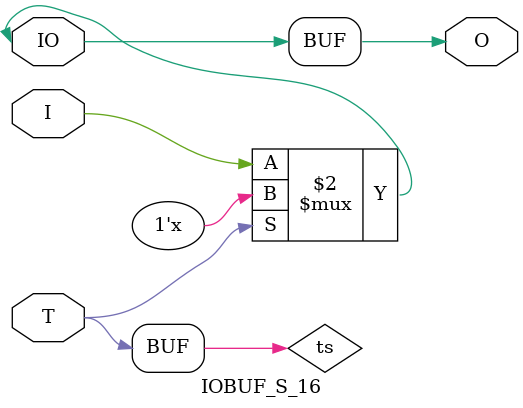
<source format=v>

/*

FUNCTION    : INPUT TRI-STATE OUTPUT BUFFER

*/

`celldefine
`timescale  100 ps / 10 ps

module IOBUF_S_16 (O, IO, I, T);

    output O;

    inout  IO;

    input  I, T;

    or O1 (ts, 1'b0, T);
    bufif0 T1 (IO, I, ts);

    buf B1 (O, IO);

endmodule

</source>
